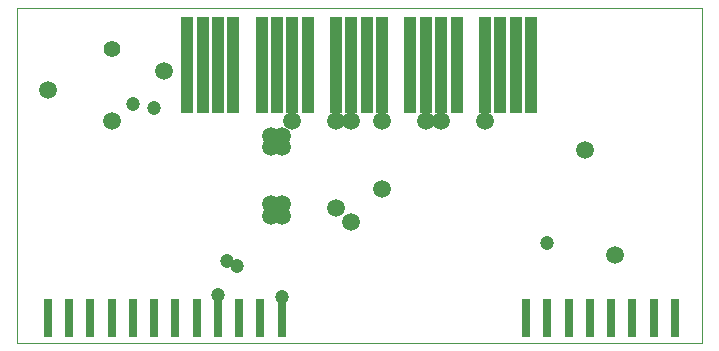
<source format=gbr>
%FSLAX34Y34*%
%MOMM*%
%LNSOLDERMASK_BOTTOM*%
G71*
G01*
%ADD10C, 0.00*%
%ADD11R, 0.80X3.20*%
%ADD12C, 1.50*%
%ADD13C, 1.20*%
%ADD14C, 1.40*%
%ADD15R, 1.10X8.20*%
%LPD*%
G54D10*
X-580000Y283000D02*
X0Y283000D01*
X0Y0D01*
X-580000Y0D01*
X-580000Y283000D01*
X-554000Y21000D02*
G54D11*
D03*
X-149000Y21000D02*
G54D11*
D03*
X-536000Y21000D02*
G54D11*
D03*
X-518000Y21000D02*
G54D11*
D03*
X-500000Y21000D02*
G54D11*
D03*
X-482000Y21000D02*
G54D11*
D03*
X-464000Y21000D02*
G54D11*
D03*
X-446000Y21000D02*
G54D11*
D03*
X-428000Y21000D02*
G54D11*
D03*
X-410000Y21000D02*
G54D11*
D03*
X-392000Y21000D02*
G54D11*
D03*
X-374000Y21000D02*
G54D11*
D03*
X-356000Y21000D02*
G54D11*
D03*
X-131000Y21000D02*
G54D11*
D03*
X-113000Y21000D02*
G54D11*
D03*
X-95000Y21000D02*
G54D11*
D03*
X-77000Y21000D02*
G54D11*
D03*
X-59000Y21000D02*
G54D11*
D03*
X-41000Y21000D02*
G54D11*
D03*
X-23000Y21000D02*
G54D11*
D03*
X-500000Y188000D02*
G54D12*
D03*
X-347000Y188000D02*
G54D12*
D03*
X-356000Y39000D02*
G54D13*
D03*
X-271000Y188000D02*
G54D12*
D03*
X-271000Y130000D02*
G54D12*
D03*
X-184000Y188000D02*
G54D12*
D03*
X-500000Y248428D02*
G54D14*
D03*
X-234000Y188000D02*
G54D12*
D03*
X-221000Y188000D02*
G54D12*
D03*
X-456000Y230000D02*
G54D12*
D03*
X-554000Y214000D02*
G54D12*
D03*
X-310000Y188000D02*
G54D12*
D03*
X-73959Y74041D02*
G54D12*
D03*
X-98959Y163041D02*
G54D12*
D03*
X-394000Y65000D02*
G54D13*
D03*
X-131000Y84000D02*
G54D13*
D03*
X-402000Y69000D02*
G54D13*
D03*
X-410000Y40000D02*
G54D13*
D03*
X-482000Y202000D02*
G54D13*
D03*
X-464000Y199000D02*
G54D13*
D03*
X-297000Y188000D02*
G54D12*
D03*
X-310000Y114000D02*
G54D12*
D03*
X-297000Y102000D02*
G54D12*
D03*
X-365000Y175000D02*
G54D12*
D03*
X-356000Y175000D02*
G54D12*
D03*
X-365000Y166000D02*
G54D12*
D03*
X-356000Y166000D02*
G54D12*
D03*
X-365000Y107000D02*
G54D12*
D03*
X-356000Y107000D02*
G54D12*
D03*
X-365000Y117000D02*
G54D12*
D03*
X-356000Y117000D02*
G54D12*
D03*
X-145000Y235000D02*
G54D15*
D03*
X-158000Y235000D02*
G54D15*
D03*
X-171000Y235000D02*
G54D15*
D03*
X-184000Y235000D02*
G54D15*
D03*
X-208000Y235000D02*
G54D15*
D03*
X-221000Y235000D02*
G54D15*
D03*
X-234000Y235000D02*
G54D15*
D03*
X-247000Y235000D02*
G54D15*
D03*
X-271000Y235000D02*
G54D15*
D03*
X-284000Y235000D02*
G54D15*
D03*
X-297000Y235000D02*
G54D15*
D03*
X-310000Y235000D02*
G54D15*
D03*
X-334000Y235000D02*
G54D15*
D03*
X-347000Y235000D02*
G54D15*
D03*
X-360000Y235000D02*
G54D15*
D03*
X-373000Y235000D02*
G54D15*
D03*
X-397000Y235000D02*
G54D15*
D03*
X-410000Y235000D02*
G54D15*
D03*
X-423000Y235000D02*
G54D15*
D03*
X-436000Y235000D02*
G54D15*
D03*
M02*

</source>
